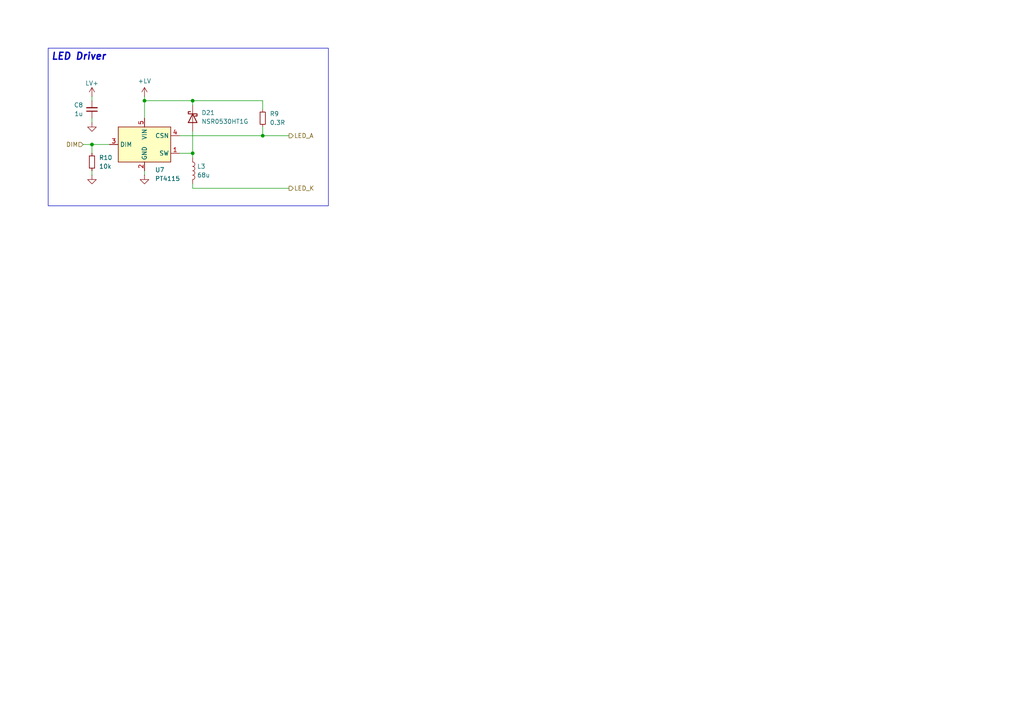
<source format=kicad_sch>
(kicad_sch (version 20250114) (generator "eeschema") (generator_version "9.0")
  (paper "A4")
  (lib_symbols
    (symbol "Device:C_Small" (pin_numbers (hide yes)) (pin_names (offset 0.254) (hide yes))
      (property "Reference" "C" (at 0.254 1.778 0))
      (property "Value" "C_Small" (at 0.254 -2.032 0))
      (symbol "C_Small_0_1"
        (polyline (pts (xy -1.524 0.508) (xy 1.524 0.508)) (stroke (width 0.3048)))
        (polyline (pts (xy -1.524 -0.508) (xy 1.524 -0.508)) (stroke (width 0.3302)))
      )
      (symbol "C_Small_1_1"
        (pin passive line (at 0 2.54 270) (length 2.032) (name "~") (number "1"))
        (pin passive line (at 0 -2.54 90) (length 2.032) (name "~") (number "2"))
      )
    )
    (symbol "Device:L" (pin_numbers (hide yes)) (pin_names (offset 1.016) (hide yes))
      (property "Reference" "L" (at -1.27 0 90))
      (property "Value" "L" (at 1.905 0 90))
      (symbol "L_0_1"
        (arc (start 0 2.54) (mid 0.6323 1.905) (end 0 1.27))
        (arc (start 0 1.27) (mid 0.6323 0.635) (end 0 0))
        (arc (start 0 0) (mid 0.6323 -0.635) (end 0 -1.27))
        (arc (start 0 -1.27) (mid 0.6323 -1.905) (end 0 -2.54))
      )
      (symbol "L_1_1"
        (pin passive line (at 0 3.81 270) (length 1.27) (name "1") (number "1"))
        (pin passive line (at 0 -3.81 90) (length 1.27) (name "2") (number "2"))
      )
    )
    (symbol "Device:R_Small" (pin_numbers (hide yes)) (pin_names (offset 0.254) (hide yes))
      (property "Reference" "R" (at 0.762 0.508 0))
      (property "Value" "R_Small" (at 0.762 -1.016 0))
      (symbol "R_Small_0_1"
        (rectangle (start -0.762 1.778) (end 0.762 -1.778) (stroke (width 0.2032)))
      )
      (symbol "R_Small_1_1"
        (pin passive line (at 0 2.54 270) (length 0.762) (name "~") (number "1"))
        (pin passive line (at 0 -2.54 90) (length 0.762) (name "~") (number "2"))
      )
    )
    (symbol "Diode:SS34" (pin_numbers (hide yes)) (pin_names (offset 1.016) (hide yes))
      (property "Reference" "D" (at 0 2.54 0))
      (property "Value" "SS34" (at 0 -2.54 0))
      (symbol "SS34_0_1"
        (polyline (pts (xy -1.905 0.635) (xy -1.905 1.27) (xy -1.27 1.27) (xy -1.27 -1.27) (xy -0.635 -1.27) (xy -0.635 -0.635)) (stroke (width 0.254)))
        (polyline (pts (xy 1.27 1.27) (xy 1.27 -1.27) (xy -1.27 0) (xy 1.27 1.27)) (stroke (width 0.254)))
        (polyline (pts (xy 1.27 0) (xy -1.27 0)))
      )
      (symbol "SS34_1_1"
        (pin passive line (at -3.81 0 0) (length 2.54) (name "K") (number "1"))
        (pin passive line (at 3.81 0 180) (length 2.54) (name "A") (number "2"))
      )
    )
    (symbol "dashboard:PT4115"
      (property "Reference" "U" (at -21.336 7.874 0))
      (property "Value" "PT4115" (at -8.382 8.128 0))
      (symbol "PT4115_0_0"
        (pin input line (at -24.13 1.27 0) (length 2.54) (name "DIM") (number "3"))
        (pin power_in line (at -13.97 8.89 270) (length 2.54) (name "VIN") (number "5"))
        (pin power_in line (at -13.97 -6.35 90) (length 2.54) (name "GND") (number "2"))
        (pin input line (at -3.81 3.81 180) (length 2.54) (name "CSN") (number "4"))
        (pin output line (at -3.81 -1.27 180) (length 2.54) (name "SW") (number "1"))
      )
      (symbol "PT4115_1_1"
        (rectangle (start -21.59 6.35) (end -6.35 -3.81) (stroke (width 0.2)) (fill (type background)))
      )
    )
    (symbol "power:+12V" (power) (pin_numbers (hide yes)) (pin_names (offset 0) (hide yes))
      (property "Value" "+12V" (at 0 3.556 0))
      (symbol "+12V_0_1"
        (polyline (pts (xy -0.762 1.27) (xy 0 2.54)))
        (polyline (pts (xy 0 2.54) (xy 0.762 1.27)))
        (polyline (pts (xy 0 0) (xy 0 2.54)))
      )
      (symbol "+12V_1_1"
        (pin power_in line (at 0 0 90) (length 0) (name "~") (number "1"))
      )
    )
    (symbol "power:GND" (power) (pin_numbers (hide yes)) (pin_names (offset 0) (hide yes))
      (property "Value" "GND" (at 0 -3.81 0))
      (symbol "GND_0_1"
        (polyline (pts (xy 0 0) (xy 0 -1.27) (xy 1.27 -1.27) (xy 0 -2.54) (xy -1.27 -1.27) (xy 0 -1.27)))
      )
      (symbol "GND_1_1"
        (pin power_in line (at 0 0 270) (length 0) (name "~") (number "1"))
      )
    )
  )
  (rectangle (start 13.97 13.97) (end 95.25 59.69))
  (text "LED Driver" (at 22.86 16.51 0) (effects (font (size 2 2) (thickness 0.4) (bold yes) (italic yes))))
  (junction (at 76.2 39.37))
  (junction (at 41.91 29.21))
  (junction (at 55.88 44.45))
  (junction (at 55.88 29.21))
  (junction (at 26.67 41.91))
  (wire (pts (xy 76.2 29.21) (xy 76.2 31.75)))
  (wire (pts (xy 55.88 44.45) (xy 55.88 45.72)))
  (wire (pts (xy 55.88 29.21) (xy 41.91 29.21)))
  (wire (pts (xy 52.07 39.37) (xy 76.2 39.37)))
  (wire (pts (xy 41.91 29.21) (xy 41.91 34.29)))
  (wire (pts (xy 55.88 29.21) (xy 76.2 29.21)))
  (wire (pts (xy 24.13 41.91) (xy 26.67 41.91)))
  (wire (pts (xy 41.91 49.53) (xy 41.91 50.8)))
  (wire (pts (xy 76.2 39.37) (xy 83.82 39.37)))
  (wire (pts (xy 26.67 41.91) (xy 26.67 44.45)))
  (wire (pts (xy 26.67 27.94) (xy 26.67 29.21)))
  (wire (pts (xy 55.88 38.1) (xy 55.88 44.45)))
  (wire (pts (xy 76.2 36.83) (xy 76.2 39.37)))
  (wire (pts (xy 41.91 27.94) (xy 41.91 29.21)))
  (wire (pts (xy 26.67 49.53) (xy 26.67 50.8)))
  (wire (pts (xy 55.88 30.48) (xy 55.88 29.21)))
  (wire (pts (xy 83.82 54.61) (xy 55.88 54.61)))
  (wire (pts (xy 31.75 41.91) (xy 26.67 41.91)))
  (wire (pts (xy 52.07 44.45) (xy 55.88 44.45)))
  (wire (pts (xy 55.88 54.61) (xy 55.88 53.34)))
  (wire (pts (xy 26.67 34.29) (xy 26.67 35.56)))
  (hierarchical_label "LED_A" (shape output) (at 83.82 39.37 0))
  (hierarchical_label "DIM" (shape input) (at 24.13 41.91 180))
  (hierarchical_label "LED_K" (shape output) (at 83.82 54.61 0))
  (symbol (lib_id "Device:C_Small") (at 26.67 31.75 0) (mirror x) (unit 1)
    (property "Reference" "C6" (at 24.13 30.4735 0) (effects (justify right)))
    (property "Value" "1u" (at 24.13 33.0135 0) (effects (justify right)))
    (property "Footprint" "Capacitor_SMD:C_0603_1608Metric" (effects (hide yes)))
    (property "Description" "Unpolarized capacitor, small symbol" (effects (hide yes)))
    (instances (project "tsal-led" (path "" (reference "C8") (unit 1)) (path "" (reference "C9") (unit 1)) (path "" (reference "C7") (unit 1)) (path "" (reference "C6") (unit 1))))
  )
  (symbol (lib_id "power:+12V") (at 41.91 27.94 0) (unit 1)
    (property "Reference" "#PWR026" (effects (hide yes)))
    (property "Value" "+LV" (at 41.91 23.495 0))
    (property "Description" "Power symbol creates a global label with name \"+12V\"" (effects (hide yes)))
    (instances (project "tsal-led" (path "" (reference "#PWR036") (unit 1)) (path "" (reference "#PWR041") (unit 1)) (path "" (reference "#PWR031") (unit 1)) (path "" (reference "#PWR026") (unit 1))))
  )
  (symbol (lib_id "dashboard:PT4115") (at 55.88 43.18 0) (unit 1)
    (property "Reference" "U5" (at 44.958 49.276 0) (effects (justify left)))
    (property "Value" "PT4115" (at 44.958 51.816 0) (effects (justify left)))
    (property "Footprint" "Package_TO_SOT_SMD:SOT-89-5" (effects (hide yes)))
    (property "Datasheet" "https://mm.digikey.com/Volume0/opasdata/d220001/medias/docus/6128/PT4115.pdf" (effects (hide yes)))
    (property "Description" "30V,1.2A Step-down High Brightness LED Driver with 5000:1 Dimming" (effects (hide yes)))
    (instances (project "tsal-led" (path "" (reference "U7") (unit 1)) (path "" (reference "U8") (unit 1)) (path "" (reference "U6") (unit 1)) (path "" (reference "U5") (unit 1))))
  )
  (symbol (lib_id "Diode:SS34") (at 55.88 34.29 90) (mirror x) (unit 1)
    (property "Reference" "D19" (at 58.42 32.7024 90) (effects (justify right)))
    (property "Value" "NSR0530HT1G" (at 58.42 35.2424 90) (effects (justify right)))
    (property "Footprint" "Diode_SMD:D_SOD-323" (effects (hide yes)))
    (property "Datasheet" "https://www.mouser.co.uk/datasheet/3/101/1/NSR0530H-D.PDF" (effects (hide yes)))
    (property "Description" "Schottky Diodes & Rectifiers 0.5 A 30 V SOD-323 S" (effects (hide yes)))
    (instances (project "tsal-led" (path "" (reference "D21") (unit 1)) (path "" (reference "D22") (unit 1)) (path "" (reference "D20") (unit 1)) (path "" (reference "D19") (unit 1))))
  )
  (symbol (lib_id "power:GND") (at 41.91 50.8 0) (unit 1)
    (property "Reference" "#PWR029" (effects (hide yes)))
    (property "Value" "GND" (effects (hide yes)))
    (property "Description" "Power symbol creates a global label with name \"GND\" , ground" (effects (hide yes)))
    (instances (project "tsal-led" (path "" (reference "#PWR039") (unit 1)) (path "" (reference "#PWR044") (unit 1)) (path "" (reference "#PWR034") (unit 1)) (path "" (reference "#PWR029") (unit 1))))
  )
  (symbol (lib_id "Device:R_Small") (at 26.67 46.99 0) (mirror y) (unit 1)
    (property "Reference" "R6" (at 28.702 45.72 0) (effects (justify right)))
    (property "Value" "10k" (at 28.702 48.26 0) (effects (justify right)))
    (property "Footprint" "Resistor_SMD:R_0603_1608Metric" (effects (hide yes)))
    (property "Description" "Resistor, small symbol" (effects (hide yes)))
    (instances (project "tsal-led" (path "" (reference "R10") (unit 1)) (path "" (reference "R12") (unit 1)) (path "" (reference "R8") (unit 1)) (path "" (reference "R6") (unit 1))))
  )
  (symbol (lib_id "Device:R_Small") (at 76.2 34.29 0) (mirror y) (unit 1)
    (property "Reference" "R5" (at 78.232 33.02 0) (effects (justify right)))
    (property "Value" "0.3R" (at 78.232 35.56 0) (effects (justify right)))
    (property "Footprint" "Resistor_SMD:R_0603_1608Metric" (effects (hide yes)))
    (property "Datasheet" "https://www.lcsc.com/product-detail/C247136.html" (effects (hide yes)))
    (property "Description" "Resistor, small symbol" (effects (hide yes)))
    (instances (project "tsal-led" (path "" (reference "R9") (unit 1)) (path "" (reference "R11") (unit 1)) (path "" (reference "R7") (unit 1)) (path "" (reference "R5") (unit 1))))
  )
  (symbol (lib_id "Device:L") (at 55.88 49.53 0) (unit 1)
    (property "Reference" "L1" (at 57.15 48.2599 0) (effects (justify left)))
    (property "Value" "68u" (at 57.15 50.7999 0) (effects (justify left)))
    (property "Footprint" "yfs:CDRR105NP-680MC" (effects (hide yes)))
    (property "Description" "Inductor" (effects (hide yes)))
    (instances (project "tsal-led" (path "" (reference "L3") (unit 1)) (path "" (reference "L4") (unit 1)) (path "" (reference "L2") (unit 1)) (path "" (reference "L1") (unit 1))))
  )
  (symbol (lib_id "power:GND") (at 26.67 35.56 0) (unit 1)
    (property "Reference" "#PWR027" (effects (hide yes)))
    (property "Value" "GND" (effects (hide yes)))
    (property "Description" "Power symbol creates a global label with name \"GND\" , ground" (effects (hide yes)))
    (instances (project "tsal-led" (path "" (reference "#PWR037") (unit 1)) (path "" (reference "#PWR042") (unit 1)) (path "" (reference "#PWR032") (unit 1)) (path "" (reference "#PWR027") (unit 1))))
  )
  (symbol (lib_id "power:GND") (at 26.67 50.8 0) (unit 1)
    (property "Reference" "#PWR028" (effects (hide yes)))
    (property "Value" "GND" (effects (hide yes)))
    (property "Description" "Power symbol creates a global label with name \"GND\" , ground" (effects (hide yes)))
    (instances (project "tsal-led" (path "" (reference "#PWR038") (unit 1)) (path "" (reference "#PWR043") (unit 1)) (path "" (reference "#PWR033") (unit 1)) (path "" (reference "#PWR028") (unit 1))))
  )
  (symbol (lib_id "power:+12V") (at 26.67 27.94 0) (unit 1)
    (property "Reference" "#PWR025" (effects (hide yes)))
    (property "Value" "LV+" (at 26.67 24.13 0))
    (property "Description" "Power symbol creates a global label with name \"+12V\"" (effects (hide yes)))
    (instances (project "tsal-led" (path "" (reference "#PWR035") (unit 1)) (path "" (reference "#PWR040") (unit 1)) (path "" (reference "#PWR030") (unit 1)) (path "" (reference "#PWR025") (unit 1))))
  )
)
</source>
